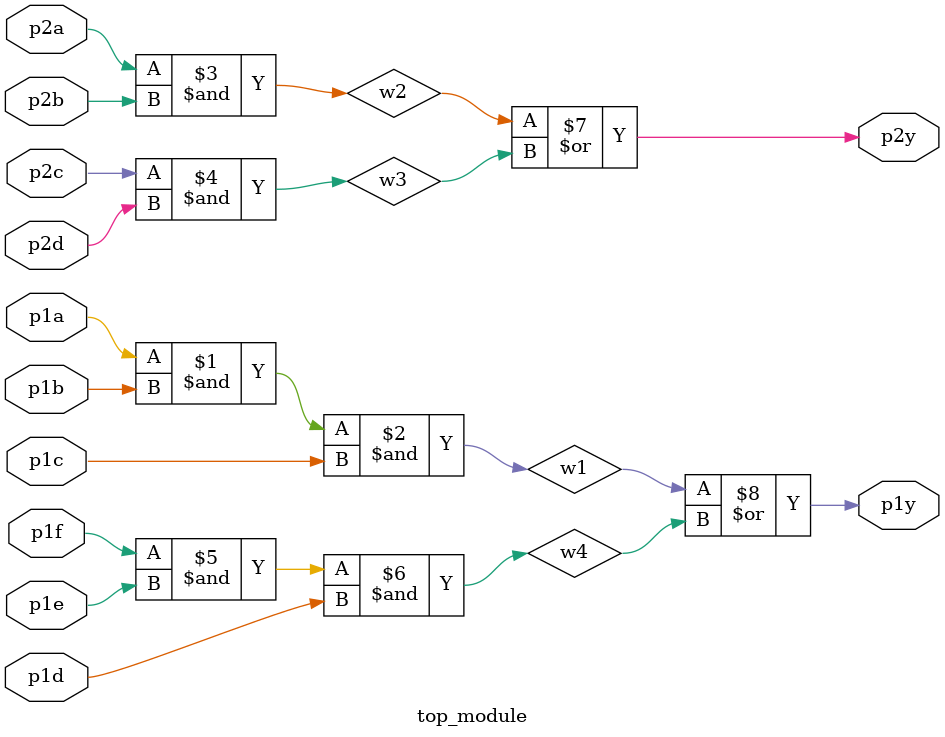
<source format=v>
module top_module ( 
    input p1a, p1b, p1c, p1d, p1e, p1f, p2a, p2b, p2c, p2d,
    output p1y, p2y);
	wire w1, w2, w3, w4;
    and A1(w1, p1a, p1b, p1c), A2(w2, p2a, p2b), A3(w3, p2c, p2d), A4(w4, p1f, p1e, p1d);
    or O1(p2y, w2, w3), O2(p1y, w1, w4);
endmodule

</source>
